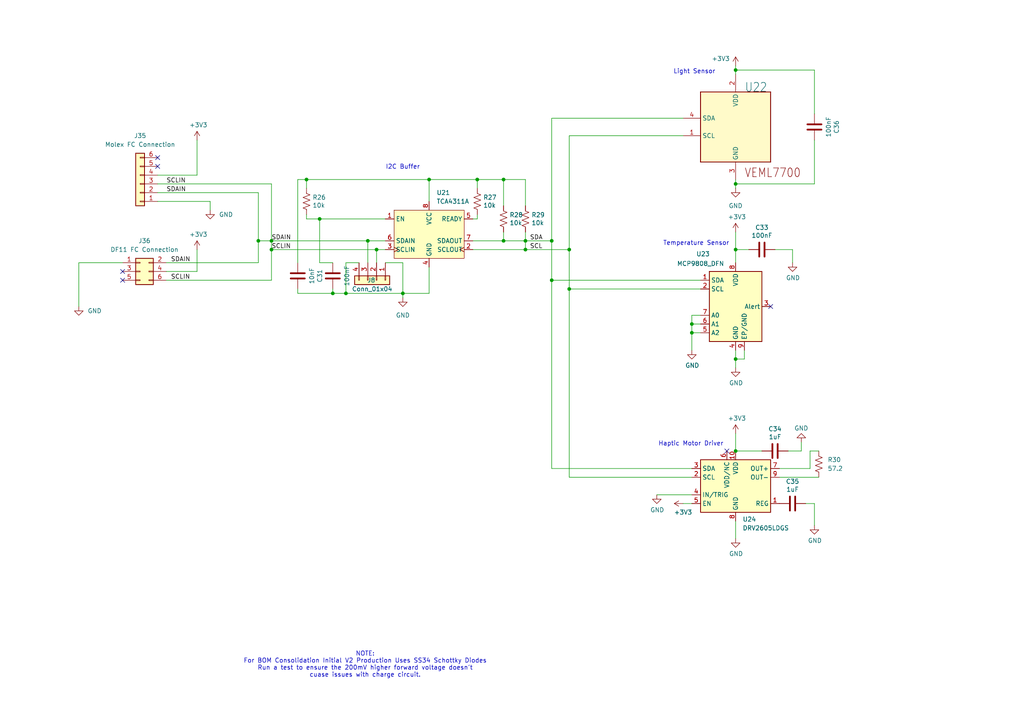
<source format=kicad_sch>
(kicad_sch (version 20250114) (generator "eeschema") (generator_version "9.0")
  (paper "A4")
  (lib_symbols
    (symbol "Adafruit VEML7700-eagle-import:VEML7700"
      (property "Reference" "U1" (at 2.54 10.16 0))
      (symbol "VEML7700_1_0"
        (polyline (pts (xy -10.16 10.16) (xy 10.16 10.16)) (stroke (width 0.254)))
        (polyline (pts (xy -10.16 -10.16) (xy -10.16 10.16)) (stroke (width 0.254)))
        (polyline (pts (xy 10.16 10.16) (xy 10.16 -10.16)) (stroke (width 0.254)))
        (polyline (pts (xy 10.16 -10.16) (xy -10.16 -10.16)) (stroke (width 0.254)))
        (text "VEML7700" (at 2.54 -14.732 0) (effects (font (size 2.54 2.159)) (justify left bottom)))
        (pin bidirectional line (at -15.24 2.54 0) (length 5.08) (name "SDA") (number "4"))
        (pin bidirectional line (at -15.24 -2.54 0) (length 5.08) (name "SCL") (number "1"))
        (pin power_in line (at 0 15.24 270) (length 5.08) (name "VDD") (number "2"))
        (pin power_in line (at 0 -15.24 90) (length 5.08) (name "GND") (number "3"))
      )
      (symbol "VEML7700_1_1"
        (rectangle (start -10.16 10.16) (end 10.16 -10.16) (fill (type color) (color 255 250 201 1)))
      )
    )
    (symbol "Connector_Generic:Conn_01x04" (pin_names (offset 1.016) (hide yes))
      (property "Reference" "J" (at 0 5.08 0))
      (property "Value" "Conn_01x04" (at 0 -7.62 0))
      (symbol "Conn_01x04_1_1"
        (rectangle (start -1.27 3.81) (end 1.27 -6.35) (stroke (width 0.254)) (fill (type background)))
        (rectangle (start -1.27 2.667) (end 0 2.413) (stroke (width 0.1524)))
        (rectangle (start -1.27 0.127) (end 0 -0.127) (stroke (width 0.1524)))
        (rectangle (start -1.27 -2.413) (end 0 -2.667) (stroke (width 0.1524)))
        (rectangle (start -1.27 -4.953) (end 0 -5.207) (stroke (width 0.1524)))
        (pin passive line (at -5.08 2.54 0) (length 3.81) (name "Pin_1") (number "1"))
        (pin passive line (at -5.08 0 0) (length 3.81) (name "Pin_2") (number "2"))
        (pin passive line (at -5.08 -2.54 0) (length 3.81) (name "Pin_3") (number "3"))
        (pin passive line (at -5.08 -5.08 0) (length 3.81) (name "Pin_4") (number "4"))
      )
    )
    (symbol "Connector_Generic:Conn_01x06" (pin_names (offset 1.016) (hide yes))
      (property "Reference" "J" (at 0 7.62 0))
      (property "Value" "Conn_01x06" (at 0 -10.16 0))
      (symbol "Conn_01x06_1_1"
        (rectangle (start -1.27 6.35) (end 1.27 -8.89) (stroke (width 0.254)) (fill (type background)))
        (rectangle (start -1.27 5.207) (end 0 4.953) (stroke (width 0.1524)))
        (rectangle (start -1.27 2.667) (end 0 2.413) (stroke (width 0.1524)))
        (rectangle (start -1.27 0.127) (end 0 -0.127) (stroke (width 0.1524)))
        (rectangle (start -1.27 -2.413) (end 0 -2.667) (stroke (width 0.1524)))
        (rectangle (start -1.27 -4.953) (end 0 -5.207) (stroke (width 0.1524)))
        (rectangle (start -1.27 -7.493) (end 0 -7.747) (stroke (width 0.1524)))
        (pin passive line (at -5.08 5.08 0) (length 3.81) (name "Pin_1") (number "1"))
        (pin passive line (at -5.08 2.54 0) (length 3.81) (name "Pin_2") (number "2"))
        (pin passive line (at -5.08 0 0) (length 3.81) (name "Pin_3") (number "3"))
        (pin passive line (at -5.08 -2.54 0) (length 3.81) (name "Pin_4") (number "4"))
        (pin passive line (at -5.08 -5.08 0) (length 3.81) (name "Pin_5") (number "5"))
        (pin passive line (at -5.08 -7.62 0) (length 3.81) (name "Pin_6") (number "6"))
      )
    )
    (symbol "Connector_Generic:Conn_02x03_Odd_Even" (pin_names (offset 1.016) (hide yes))
      (property "Reference" "J" (at 1.27 5.08 0))
      (property "Value" "Conn_02x03_Odd_Even" (at 1.27 -5.08 0))
      (symbol "Conn_02x03_Odd_Even_1_1"
        (rectangle (start -1.27 3.81) (end 3.81 -3.81) (stroke (width 0.254)) (fill (type background)))
        (rectangle (start -1.27 2.667) (end 0 2.413) (stroke (width 0.1524)))
        (rectangle (start -1.27 0.127) (end 0 -0.127) (stroke (width 0.1524)))
        (rectangle (start -1.27 -2.413) (end 0 -2.667) (stroke (width 0.1524)))
        (rectangle (start 3.81 2.667) (end 2.54 2.413) (stroke (width 0.1524)))
        (rectangle (start 3.81 0.127) (end 2.54 -0.127) (stroke (width 0.1524)))
        (rectangle (start 3.81 -2.413) (end 2.54 -2.667) (stroke (width 0.1524)))
        (pin passive line (at -5.08 2.54 0) (length 3.81) (name "Pin_1") (number "1"))
        (pin passive line (at -5.08 0 0) (length 3.81) (name "Pin_3") (number "3"))
        (pin passive line (at -5.08 -2.54 0) (length 3.81) (name "Pin_5") (number "5"))
        (pin passive line (at 7.62 2.54 180) (length 3.81) (name "Pin_2") (number "2"))
        (pin passive line (at 7.62 0 180) (length 3.81) (name "Pin_4") (number "4"))
        (pin passive line (at 7.62 -2.54 180) (length 3.81) (name "Pin_6") (number "6"))
      )
    )
    (symbol "Device:C" (pin_numbers (hide yes)) (pin_names (offset 0.254))
      (property "Reference" "C" (at 0.635 2.54 0))
      (property "Value" "C" (at 0.635 -2.54 0))
      (symbol "C_0_1"
        (polyline (pts (xy -2.032 0.762) (xy 2.032 0.762)) (stroke (width 0.508)))
        (polyline (pts (xy -2.032 -0.762) (xy 2.032 -0.762)) (stroke (width 0.508)))
      )
      (symbol "C_1_1"
        (pin passive line (at 0 3.81 270) (length 2.794) (name "~") (number "1"))
        (pin passive line (at 0 -3.81 90) (length 2.794) (name "~") (number "2"))
      )
    )
    (symbol "Device:R_US" (pin_numbers (hide yes)) (pin_names (offset 0))
      (property "Reference" "R" (at 2.54 0 90))
      (property "Value" "R_US" (at -2.54 0 90))
      (symbol "R_US_0_1"
        (polyline (pts (xy 0 2.286) (xy 0 2.54)))
        (polyline (pts (xy 0 2.286) (xy 1.016 1.905) (xy 0 1.524) (xy -1.016 1.143) (xy 0 0.762)))
        (polyline (pts (xy 0 0.762) (xy 1.016 0.381) (xy 0 0) (xy -1.016 -0.381) (xy 0 -0.762)))
        (polyline (pts (xy 0 -0.762) (xy 1.016 -1.143) (xy 0 -1.524) (xy -1.016 -1.905) (xy 0 -2.286)))
        (polyline (pts (xy 0 -2.286) (xy 0 -2.54)))
      )
      (symbol "R_US_1_1"
        (pin passive line (at 0 3.81 270) (length 1.27) (name "~") (number "1"))
        (pin passive line (at 0 -3.81 90) (length 1.27) (name "~") (number "2"))
      )
    )
    (symbol "Driver_Haptic:DRV2605LDGS"
      (property "Reference" "U" (at -10.16 8.255 0))
      (property "Value" "DRV2605LDGS" (at 2.54 -8.89 0))
      (symbol "DRV2605LDGS_0_1"
        (rectangle (start -10.16 7.62) (end 10.16 -7.62) (stroke (width 0.254)) (fill (type background)))
      )
      (symbol "DRV2605LDGS_1_1"
        (pin bidirectional line (at -12.7 5.08 0) (length 2.54) (name "SDA") (number "3"))
        (pin input line (at -12.7 2.54 0) (length 2.54) (name "SCL") (number "2"))
        (pin input line (at -12.7 -2.54 0) (length 2.54) (name "IN/TRIG") (number "4"))
        (pin input line (at -12.7 -5.08 0) (length 2.54) (name "EN") (number "5"))
        (pin power_in line (at -2.54 10.16 270) (length 2.54) (name "VDD/NC") (number "6"))
        (pin power_in line (at 0 10.16 270) (length 2.54) (name "VDD") (number "10"))
        (pin power_in line (at 0 -10.16 90) (length 2.54) (name "GND") (number "8"))
        (pin output line (at 12.7 5.08 180) (length 2.54) (name "OUT+") (number "7"))
        (pin output line (at 12.7 2.54 180) (length 2.54) (name "OUT-") (number "9"))
        (pin passive line (at 12.7 -5.08 180) (length 2.54) (name "REG") (number "1"))
      )
    )
    (symbol "GND_1" (power) (pin_numbers (hide yes)) (pin_names (offset 0) (hide yes))
      (property "Value" "GND" (at 0 -3.81 0))
      (symbol "GND_1_0_1"
        (polyline (pts (xy 0 0) (xy 0 -1.27) (xy 1.27 -1.27) (xy 0 -2.54) (xy -1.27 -1.27) (xy 0 -1.27)))
      )
      (symbol "GND_1_1_1"
        (pin power_in line (at 0 0 270) (length 0) (name "~") (number "1"))
      )
    )
    (symbol "Sensor_Temperature:MCP9808_DFN"
      (property "Reference" "U" (at -6.35 11.43 0))
      (property "Value" "MCP9808_DFN" (at 10.16 11.43 0))
      (symbol "MCP9808_DFN_0_1"
        (rectangle (start -7.62 10.16) (end 7.62 -10.16) (stroke (width 0.254)) (fill (type background)))
      )
      (symbol "MCP9808_DFN_1_1"
        (pin bidirectional line (at -10.16 7.62 0) (length 2.54) (name "SDA") (number "1"))
        (pin input line (at -10.16 5.08 0) (length 2.54) (name "SCL") (number "2"))
        (pin input line (at -10.16 -2.54 0) (length 2.54) (name "A0") (number "7"))
        (pin input line (at -10.16 -5.08 0) (length 2.54) (name "A1") (number "6"))
        (pin input line (at -10.16 -7.62 0) (length 2.54) (name "A2") (number "5"))
        (pin power_in line (at 0 12.7 270) (length 2.54) (name "VDD") (number "8"))
        (pin power_in line (at 0 -12.7 90) (length 2.54) (name "GND") (number "4"))
        (pin power_in line (at 2.54 -12.7 90) (length 2.54) (name "EP/GND") (number "9"))
        (pin output line (at 10.16 0 180) (length 2.54) (name "Alert") (number "3"))
      )
    )
    (symbol "power:GND" (power) (pin_names (offset 0))
      (property "Value" "GND" (at 0 -3.81 0))
      (symbol "GND_0_1"
        (polyline (pts (xy 0 0) (xy 0 -1.27) (xy 1.27 -1.27) (xy 0 -2.54) (xy -1.27 -1.27) (xy 0 -1.27)))
      )
      (symbol "GND_1_1"
        (pin power_in line (at 0 0 270) (length 0) (hide yes) (name "GND") (number "1"))
      )
    )
    (symbol "solar-panel-side-Z-rescue:+3.3V-power" (power) (pin_names (offset 0))
      (property "Value" "+3.3V-power" (at 0 3.556 0))
      (symbol "+3.3V-power_0_1"
        (polyline (pts (xy -0.762 1.27) (xy 0 2.54)))
        (polyline (pts (xy 0 2.54) (xy 0.762 1.27)))
        (polyline (pts (xy 0 0) (xy 0 2.54)))
      )
      (symbol "+3.3V-power_1_1"
        (pin power_in line (at 0 0 90) (length 0) (hide yes) (name "+3V3") (number "1"))
      )
    )
    (symbol "solar_parts:TCA43111A"
      (property "Reference" "U4" (at 2.1433 12.7 0))
      (property "Value" "TCA4111A" (at 2.1433 10.16 0))
      (symbol "TCA43111A_1_1"
        (rectangle (start -10.16 7.62) (end 10.16 -6.35) (fill (type color) (color 255 255 194 1)))
        (pin input line (at -12.7 5.08 0) (length 2.54) (name "EN") (number "1"))
        (pin input line (at -12.7 -1.27 0) (length 2.54) (name "SDAIN") (number "6"))
        (pin input clock (at -12.7 -3.81 0) (length 2.54) (name "SCLIN") (number "3"))
        (pin power_in line (at 0 10.16 270) (length 2.54) (name "VCC") (number "8"))
        (pin power_in line (at 0 -8.89 90) (length 2.54) (name "GND") (number "4"))
        (pin open_collector line (at 12.7 5.08 180) (length 2.54) (name "READY") (number "5"))
        (pin output line (at 12.7 -1.27 180) (length 2.54) (name "SDAOUT") (number "7"))
        (pin output clock (at 12.7 -3.81 180) (length 2.54) (name "SCLOUT") (number "2"))
      )
    )
  )
  (text "Light Sensor" (at 201.422 20.828 0) (effects (font (size 1.27 1.27))))
  (text "Haptic Motor Driver" (at 200.406 128.778 0) (effects (font (size 1.27 1.27))))
  (text "NOTE:\nFor BOM Consolidation Initial V2 Production Uses SS34 Schottky Diodes\nRun a test to ensure the 200mV higher forward voltage doesn't\ncuase issues with charge circuit." (at 105.918 192.786 0) (effects (font (size 1.27 1.27))))
  (text "I2C Buffer" (at 116.84 48.514 0) (effects (font (size 1.27 1.27))))
  (text "Temperature Sensor" (at 201.93 70.612 0) (effects (font (size 1.27 1.27))))
  (junction (at 200.66 93.98))
  (junction (at 213.36 104.14))
  (junction (at 146.05 69.85))
  (junction (at 152.4 72.39))
  (junction (at 152.4 69.85))
  (junction (at 138.43 52.07))
  (junction (at 74.93 69.85))
  (junction (at 92.71 63.5))
  (junction (at 165.1 72.39))
  (junction (at 160.02 69.85))
  (junction (at 124.46 52.07))
  (junction (at 109.22 72.39))
  (junction (at 78.74 69.85))
  (junction (at 213.36 130.81))
  (junction (at 88.9 52.07))
  (junction (at 213.36 72.39))
  (junction (at 213.36 53.34))
  (junction (at 160.02 81.28))
  (junction (at 200.66 96.52))
  (junction (at 116.84 85.09))
  (junction (at 78.74 72.39))
  (junction (at 100.33 85.09))
  (junction (at 106.68 69.85))
  (junction (at 213.36 20.32))
  (junction (at 146.05 52.07))
  (junction (at 165.1 83.82))
  (junction (at 96.52 85.09))
  (no_connect (at 35.56 81.28))
  (no_connect (at 45.72 48.26))
  (no_connect (at 35.56 78.74))
  (no_connect (at 45.72 45.72))
  (no_connect (at 210.82 130.81))
  (no_connect (at 223.52 88.9))
  (wire (pts (xy 226.06 135.89) (xy 234.95 135.89)))
  (wire (pts (xy 35.56 76.2) (xy 22.86 76.2)))
  (wire (pts (xy 213.36 20.32) (xy 213.36 21.59)))
  (wire (pts (xy 146.05 52.07) (xy 152.4 52.07)))
  (wire (pts (xy 92.71 76.2) (xy 96.52 76.2)))
  (wire (pts (xy 116.84 76.2) (xy 116.84 85.09)))
  (wire (pts (xy 165.1 72.39) (xy 165.1 83.82)))
  (wire (pts (xy 229.87 72.39) (xy 229.87 76.2)))
  (wire (pts (xy 96.52 85.09) (xy 100.33 85.09)))
  (wire (pts (xy 138.43 52.07) (xy 146.05 52.07)))
  (wire (pts (xy 224.79 72.39) (xy 229.87 72.39)))
  (wire (pts (xy 78.74 72.39) (xy 78.74 81.28)))
  (wire (pts (xy 100.33 85.09) (xy 116.84 85.09)))
  (wire (pts (xy 213.36 151.13) (xy 213.36 156.21)))
  (wire (pts (xy 92.71 63.5) (xy 111.76 63.5)))
  (wire (pts (xy 146.05 69.85) (xy 152.4 69.85)))
  (wire (pts (xy 146.05 52.07) (xy 146.05 59.69)))
  (wire (pts (xy 74.93 55.88) (xy 74.93 69.85)))
  (wire (pts (xy 57.15 40.64) (xy 57.15 50.8)))
  (wire (pts (xy 232.41 130.81) (xy 232.41 128.27)))
  (wire (pts (xy 22.86 76.2) (xy 22.86 88.9)))
  (wire (pts (xy 234.95 135.89) (xy 234.95 130.81)))
  (wire (pts (xy 152.4 72.39) (xy 165.1 72.39)))
  (wire (pts (xy 190.5 143.51) (xy 200.66 143.51)))
  (wire (pts (xy 78.74 69.85) (xy 106.68 69.85)))
  (wire (pts (xy 236.22 53.34) (xy 213.36 53.34)))
  (wire (pts (xy 165.1 72.39) (xy 165.1 39.37)))
  (wire (pts (xy 160.02 69.85) (xy 160.02 81.28)))
  (wire (pts (xy 88.9 54.61) (xy 88.9 52.07)))
  (wire (pts (xy 160.02 69.85) (xy 160.02 34.29)))
  (wire (pts (xy 165.1 83.82) (xy 165.1 138.43)))
  (wire (pts (xy 48.26 78.74) (xy 57.15 78.74)))
  (wire (pts (xy 124.46 52.07) (xy 138.43 52.07)))
  (wire (pts (xy 165.1 138.43) (xy 200.66 138.43)))
  (wire (pts (xy 228.6 130.81) (xy 232.41 130.81)))
  (wire (pts (xy 60.96 58.42) (xy 45.72 58.42)))
  (wire (pts (xy 88.9 52.07) (xy 86.36 52.07)))
  (wire (pts (xy 152.4 69.85) (xy 160.02 69.85)))
  (wire (pts (xy 57.15 50.8) (xy 45.72 50.8)))
  (wire (pts (xy 48.26 76.2) (xy 74.93 76.2)))
  (wire (pts (xy 137.16 63.5) (xy 138.43 63.5)))
  (wire (pts (xy 96.52 83.82) (xy 96.52 85.09)))
  (wire (pts (xy 160.02 135.89) (xy 200.66 135.89)))
  (wire (pts (xy 48.26 81.28) (xy 78.74 81.28)))
  (wire (pts (xy 106.68 69.85) (xy 106.68 76.2)))
  (wire (pts (xy 213.36 72.39) (xy 217.17 72.39)))
  (wire (pts (xy 236.22 146.05) (xy 236.22 152.4)))
  (wire (pts (xy 160.02 81.28) (xy 203.2 81.28)))
  (wire (pts (xy 200.66 96.52) (xy 200.66 101.6)))
  (wire (pts (xy 74.93 76.2) (xy 74.93 69.85)))
  (wire (pts (xy 152.4 69.85) (xy 152.4 72.39)))
  (wire (pts (xy 200.66 93.98) (xy 203.2 93.98)))
  (wire (pts (xy 213.36 20.32) (xy 236.22 20.32)))
  (wire (pts (xy 124.46 85.09) (xy 116.84 85.09)))
  (wire (pts (xy 88.9 63.5) (xy 92.71 63.5)))
  (wire (pts (xy 234.95 130.81) (xy 237.49 130.81)))
  (wire (pts (xy 45.72 55.88) (xy 74.93 55.88)))
  (wire (pts (xy 137.16 69.85) (xy 146.05 69.85)))
  (wire (pts (xy 78.74 72.39) (xy 109.22 72.39)))
  (wire (pts (xy 215.9 101.6) (xy 215.9 104.14)))
  (wire (pts (xy 74.93 69.85) (xy 78.74 69.85)))
  (wire (pts (xy 213.36 53.34) (xy 213.36 54.61)))
  (wire (pts (xy 213.36 19.05) (xy 213.36 20.32)))
  (wire (pts (xy 213.36 72.39) (xy 213.36 76.2)))
  (wire (pts (xy 100.33 76.2) (xy 100.33 85.09)))
  (wire (pts (xy 111.76 76.2) (xy 116.84 76.2)))
  (wire (pts (xy 137.16 72.39) (xy 152.4 72.39)))
  (wire (pts (xy 45.72 53.34) (xy 78.74 53.34)))
  (wire (pts (xy 78.74 69.85) (xy 78.74 72.39)))
  (wire (pts (xy 213.36 125.73) (xy 213.36 130.81)))
  (wire (pts (xy 160.02 34.29) (xy 198.12 34.29)))
  (wire (pts (xy 86.36 52.07) (xy 86.36 76.2)))
  (wire (pts (xy 88.9 62.23) (xy 88.9 63.5)))
  (wire (pts (xy 213.36 104.14) (xy 213.36 106.68)))
  (wire (pts (xy 213.36 52.07) (xy 213.36 53.34)))
  (wire (pts (xy 106.68 69.85) (xy 111.76 69.85)))
  (wire (pts (xy 215.9 104.14) (xy 213.36 104.14)))
  (wire (pts (xy 88.9 52.07) (xy 124.46 52.07)))
  (wire (pts (xy 146.05 67.31) (xy 146.05 69.85)))
  (wire (pts (xy 236.22 40.64) (xy 236.22 53.34)))
  (wire (pts (xy 138.43 52.07) (xy 138.43 54.61)))
  (wire (pts (xy 200.66 91.44) (xy 200.66 93.98)))
  (wire (pts (xy 213.36 67.31) (xy 213.36 72.39)))
  (wire (pts (xy 203.2 96.52) (xy 200.66 96.52)))
  (wire (pts (xy 92.71 76.2) (xy 92.71 63.5)))
  (wire (pts (xy 165.1 83.82) (xy 203.2 83.82)))
  (wire (pts (xy 60.96 58.42) (xy 60.96 60.96)))
  (wire (pts (xy 124.46 77.47) (xy 124.46 85.09)))
  (wire (pts (xy 233.68 146.05) (xy 236.22 146.05)))
  (wire (pts (xy 57.15 78.74) (xy 57.15 72.39)))
  (wire (pts (xy 226.06 138.43) (xy 237.49 138.43)))
  (wire (pts (xy 165.1 39.37) (xy 198.12 39.37)))
  (wire (pts (xy 200.66 93.98) (xy 200.66 96.52)))
  (wire (pts (xy 213.36 130.81) (xy 220.98 130.81)))
  (wire (pts (xy 104.14 76.2) (xy 100.33 76.2)))
  (wire (pts (xy 116.84 86.36) (xy 116.84 85.09)))
  (wire (pts (xy 236.22 20.32) (xy 236.22 33.02)))
  (wire (pts (xy 78.74 53.34) (xy 78.74 69.85)))
  (wire (pts (xy 152.4 52.07) (xy 152.4 59.69)))
  (wire (pts (xy 124.46 58.42) (xy 124.46 52.07)))
  (wire (pts (xy 152.4 67.31) (xy 152.4 69.85)))
  (wire (pts (xy 86.36 83.82) (xy 86.36 85.09)))
  (wire (pts (xy 160.02 81.28) (xy 160.02 135.89)))
  (wire (pts (xy 86.36 85.09) (xy 96.52 85.09)))
  (wire (pts (xy 213.36 101.6) (xy 213.36 104.14)))
  (wire (pts (xy 198.12 146.05) (xy 200.66 146.05)))
  (wire (pts (xy 109.22 72.39) (xy 111.76 72.39)))
  (wire (pts (xy 203.2 91.44) (xy 200.66 91.44)))
  (wire (pts (xy 109.22 72.39) (xy 109.22 76.2)))
  (wire (pts (xy 138.43 63.5) (xy 138.43 62.23)))
  (label "SCL" (at 153.67 72.39 0))
  (label "SDAIN" (at 48.26 55.88 0))
  (label "SCLIN" (at 48.26 53.34 0))
  (label "SDAIN" (at 78.74 69.85 0))
  (label "SCLIN" (at 78.74 72.39 0))
  (label "SDA" (at 153.67 69.85 0))
  (label "SDAIN" (at 49.53 76.2 0))
  (label "SCLIN" (at 49.53 81.28 0))
  (symbol (lib_id "solar-panel-side-Z-rescue:+3.3V-power") (at 57.15 40.64 0) (unit 1)
    (property "Reference" "#PWR021" (effects (hide yes)))
    (property "Value" "+3V3" (at 57.531 36.2458 0))
    (instances (project "hat_board" (path "" (reference "#PWR091") (unit 1)) (path "" (reference "#PWR073") (unit 1)) (path "" (reference "#PWR053") (unit 1)) (path "" (reference "#PWR021") (unit 1)) (path "" (reference "#PWR014") (unit 1)) (path "" (reference "#PWR035") (unit 1))))
  )
  (symbol (lib_id "Adafruit VEML7700-eagle-import:VEML7700") (at 213.36 36.83 0) (unit 1)
    (property "Reference" "U1" (at 215.9 26.67 0) (effects (font (size 2.54 2.159)) (justify left bottom)))
    (property "Value" "VEML7700" (effects (hide yes)))
    (property "Footprint" "easyeda2kicad:SENSOR-SMD_EML7700-TT" (effects (hide yes)))
    (instances (project "hat_board" (path "" (reference "U22") (unit 1)) (path "" (reference "U18") (unit 1)) (path "" (reference "U14") (unit 1)) (path "" (reference "U1") (unit 1)) (path "" (reference "U6") (unit 1)) (path "" (reference "U10") (unit 1))))
  )
  (symbol (lib_id "solar-panel-side-Z-rescue:+3.3V-power") (at 57.15 72.39 0) (unit 1)
    (property "Reference" "#PWR022" (effects (hide yes)))
    (property "Value" "+3V3" (at 57.531 67.9958 0))
    (instances (project "hat_board" (path "" (reference "#PWR092") (unit 1)) (path "" (reference "#PWR074") (unit 1)) (path "" (reference "#PWR054") (unit 1)) (path "" (reference "#PWR022") (unit 1)) (path "" (reference "#PWR015") (unit 1)) (path "" (reference "#PWR036") (unit 1))))
  )
  (symbol (lib_id "power:GND") (at 229.87 76.2 0) (unit 1)
    (property "Reference" "#PWR010" (effects (hide yes)))
    (property "Value" "GND" (at 229.997 80.5942 0))
    (instances (project "hat_board" (path "" (reference "#PWR0106") (unit 1)) (path "" (reference "#PWR086") (unit 1)) (path "" (reference "#PWR066") (unit 1)) (path "" (reference "#PWR010") (unit 1)) (path "" (reference "#PWR030") (unit 1)) (path "" (reference "#PWR048") (unit 1))))
  )
  (symbol (lib_name "GND_1") (lib_id "power:GND") (at 213.36 54.61 0) (unit 1)
    (property "Reference" "#PWR08" (effects (hide yes)))
    (property "Value" "GND" (at 213.36 59.69 0))
    (property "Description" "Power symbol creates a global label with name \"GND\" , ground" (effects (hide yes)))
    (instances (project "hat_board" (path "" (reference "#PWR099") (unit 1)) (path "" (reference "#PWR081") (unit 1)) (path "" (reference "#PWR061") (unit 1)) (path "" (reference "#PWR08") (unit 1)) (path "" (reference "#PWR024") (unit 1)) (path "" (reference "#PWR043") (unit 1))))
  )
  (symbol (lib_id "Device:C") (at 224.79 130.81 90) (unit 1)
    (property "Reference" "C2" (at 224.79 124.4092 90))
    (property "Value" "1uF" (at 224.79 126.7206 90))
    (property "Footprint" "Capacitor_SMD:C_0805_2012Metric" (effects (hide yes)))
    (instances (project "hat_board" (path "" (reference "C34") (unit 1)) (path "" (reference "C28") (unit 1)) (path "" (reference "C22") (unit 1)) (path "" (reference "C2") (unit 1)) (path "" (reference "C10") (unit 1)) (path "" (reference "C16") (unit 1))))
  )
  (symbol (lib_id "power:GND") (at 213.36 156.21 0) (unit 1)
    (property "Reference" "#PWR06" (effects (hide yes)))
    (property "Value" "GND" (at 213.487 160.6042 0))
    (instances (project "hat_board" (path "" (reference "#PWR0105") (unit 1)) (path "" (reference "#PWR085") (unit 1)) (path "" (reference "#PWR065") (unit 1)) (path "" (reference "#PWR06") (unit 1)) (path "" (reference "#PWR029") (unit 1)) (path "" (reference "#PWR047") (unit 1))))
  )
  (symbol (lib_id "Device:R_US") (at 152.4 63.5 0) (unit 1)
    (property "Reference" "R3" (at 154.1272 62.3316 0) (effects (justify left)))
    (property "Value" "10k" (at 154.1272 64.643 0) (effects (justify left)))
    (property "Footprint" "Resistor_SMD:R_0603_1608Metric" (effects (hide yes)))
    (instances (project "hat_board" (path "" (reference "R29") (unit 1)) (path "" (reference "R24") (unit 1)) (path "" (reference "R19") (unit 1)) (path "" (reference "R3") (unit 1)) (path "" (reference "R9") (unit 1)) (path "" (reference "R14") (unit 1))))
  )
  (symbol (lib_id "Device:R_US") (at 88.9 58.42 0) (unit 1)
    (property "Reference" "R5" (at 90.6272 57.2516 0) (effects (justify left)))
    (property "Value" "10k" (at 90.6272 59.563 0) (effects (justify left)))
    (property "Footprint" "Resistor_SMD:R_0603_1608Metric" (effects (hide yes)))
    (instances (project "hat_board" (path "" (reference "R26") (unit 1)) (path "" (reference "R21") (unit 1)) (path "" (reference "R16") (unit 1)) (path "" (reference "R5") (unit 1)) (path "" (reference "R6") (unit 1)) (path "" (reference "R11") (unit 1))))
  )
  (symbol (lib_id "power:GND") (at 60.96 60.96 0) (unit 1)
    (property "Reference" "#PWR069" (effects (hide yes)))
    (property "Value" "GND" (at 63.5 62.2299 0) (effects (justify left)))
    (instances (project "hat_board" (path "" (reference "#PWR093") (unit 1)) (path "" (reference "#PWR075") (unit 1)) (path "" (reference "#PWR055") (unit 1)) (path "" (reference "#PWR069") (unit 1)) (path "" (reference "#PWR016") (unit 1)) (path "" (reference "#PWR037") (unit 1))))
  )
  (symbol (lib_id "Connector_Generic:Conn_02x03_Odd_Even") (at 40.64 78.74 0) (unit 1)
    (property "Reference" "J2" (at 41.91 69.85 0))
    (property "Value" "DF11 FC Connection" (at 41.91 72.39 0))
    (property "Footprint" "Connector_Hirose:Hirose_DF11-6DP-2DSA_2x03_P2.00mm_Vertical" (effects (hide yes)))
    (property "Description" "Generic connector, double row, 02x03, odd/even pin numbering scheme (row 1 odd numbers, row 2 even numbers), script generated (kicad-library-utils/schlib/autogen/connector/)" (effects (hide yes)))
    (instances (project "hat_board" (path "" (reference "J36") (unit 1)) (path "" (reference "J30") (unit 1)) (path "" (reference "J24") (unit 1)) (path "" (reference "J2") (unit 1)) (path "" (reference "J12") (unit 1)) (path "" (reference "J18") (unit 1))))
  )
  (symbol (lib_id "solar-panel-side-Z-rescue:+3.3V-power") (at 198.12 146.05 90) (unit 1)
    (property "Reference" "#PWR02" (effects (hide yes)))
    (property "Value" "+3V3" (at 198.12 148.59 90))
    (instances (project "hat_board" (path "" (reference "#PWR096") (unit 1)) (path "" (reference "#PWR078") (unit 1)) (path "" (reference "#PWR058") (unit 1)) (path "" (reference "#PWR02") (unit 1)) (path "" (reference "#PWR019") (unit 1)) (path "" (reference "#PWR040") (unit 1))))
  )
  (symbol (lib_name "GND_1") (lib_id "power:GND") (at 116.84 86.36 0) (unit 1)
    (property "Reference" "#PWR04" (effects (hide yes)))
    (property "Value" "GND" (at 116.84 91.44 0))
    (property "Description" "Power symbol creates a global label with name \"GND\" , ground" (effects (hide yes)))
    (instances (project "hat_board" (path "" (reference "#PWR094") (unit 1)) (path "" (reference "#PWR076") (unit 1)) (path "" (reference "#PWR056") (unit 1)) (path "" (reference "#PWR04") (unit 1)) (path "" (reference "#PWR017") (unit 1)) (path "" (reference "#PWR038") (unit 1))))
  )
  (symbol (lib_id "Device:R_US") (at 138.43 58.42 0) (unit 1)
    (property "Reference" "R4" (at 140.1572 57.2516 0) (effects (justify left)))
    (property "Value" "10k" (at 140.1572 59.563 0) (effects (justify left)))
    (property "Footprint" "Resistor_SMD:R_0603_1608Metric" (effects (hide yes)))
    (instances (project "hat_board" (path "" (reference "R27") (unit 1)) (path "" (reference "R22") (unit 1)) (path "" (reference "R17") (unit 1)) (path "" (reference "R4") (unit 1)) (path "" (reference "R7") (unit 1)) (path "" (reference "R12") (unit 1))))
  )
  (symbol (lib_id "power:GND") (at 22.86 88.9 0) (unit 1)
    (property "Reference" "#PWR070" (effects (hide yes)))
    (property "Value" "GND" (at 25.4 90.1699 0) (effects (justify left)))
    (instances (project "hat_board" (path "" (reference "#PWR089") (unit 1)) (path "" (reference "#PWR071") (unit 1)) (path "" (reference "#PWR051") (unit 1)) (path "" (reference "#PWR070") (unit 1)) (path "" (reference "#PWR09") (unit 1)) (path "" (reference "#PWR033") (unit 1))))
  )
  (symbol (lib_id "Device:C") (at 86.36 80.01 0) (unit 1)
    (property "Reference" "C5" (at 92.7608 80.01 90))
    (property "Value" "10nF" (at 90.4494 80.01 90))
    (property "Footprint" "Capacitor_SMD:C_0805_2012Metric" (effects (hide yes)))
    (instances (project "hat_board" (path "" (reference "C31") (unit 1)) (path "" (reference "C25") (unit 1)) (path "" (reference "C19") (unit 1)) (path "" (reference "C5") (unit 1)) (path "" (reference "C7") (unit 1)) (path "" (reference "C13") (unit 1))))
  )
  (symbol (lib_id "Connector_Generic:Conn_01x04") (at 109.22 81.28 270) (unit 1)
    (property "Reference" "J3" (at 107.696 81.28 90))
    (property "Value" "Conn_01x04" (at 107.95 83.82 90))
    (property "Description" "Generic connector, single row, 01x04, script generated (kicad-library-utils/schlib/autogen/connector/)" (effects (hide yes)))
    (instances (project "" (path "" (reference "J8") (unit 1)) (path "" (reference "J7") (unit 1)) (path "" (reference "J6") (unit 1)) (path "" (reference "J3") (unit 1)) (path "" (reference "J4") (unit 1)) (path "" (reference "J5") (unit 1))))
  )
  (symbol (lib_id "Driver_Haptic:DRV2605LDGS") (at 213.36 140.97 0) (unit 1)
    (property "Reference" "U2" (at 215.3794 150.6204 0) (effects (justify left)))
    (property "Value" "DRV2605LDGS" (at 215.3794 153.1573 0) (effects (justify left)))
    (property "Footprint" "Package_SO:VSSOP-10_3x3mm_P0.5mm" (effects (hide yes)))
    (property "Datasheet" "http://www.ti.com/lit/ds/symlink/drv2605l.pdf" (effects (hide yes)))
    (instances (project "hat_board" (path "" (reference "U24") (unit 1)) (path "" (reference "U20") (unit 1)) (path "" (reference "U16") (unit 1)) (path "" (reference "U2") (unit 1)) (path "" (reference "U8") (unit 1)) (path "" (reference "U12") (unit 1))))
  )
  (symbol (lib_id "power:GND") (at 236.22 152.4 0) (unit 1)
    (property "Reference" "#PWR012" (effects (hide yes)))
    (property "Value" "GND" (at 236.347 156.7942 0))
    (instances (project "hat_board" (path "" (reference "#PWR0108") (unit 1)) (path "" (reference "#PWR088") (unit 1)) (path "" (reference "#PWR068") (unit 1)) (path "" (reference "#PWR012") (unit 1)) (path "" (reference "#PWR032") (unit 1)) (path "" (reference "#PWR050") (unit 1))))
  )
  (symbol (lib_id "Device:C") (at 236.22 36.83 0) (unit 1)
    (property "Reference" "C6" (at 242.6208 36.83 90))
    (property "Value" "100nF" (at 240.3094 36.83 90))
    (property "Footprint" "Capacitor_SMD:C_0402_1005Metric" (effects (hide yes)))
    (instances (project "hat_board" (path "" (reference "C36") (unit 1)) (path "" (reference "C30") (unit 1)) (path "" (reference "C24") (unit 1)) (path "" (reference "C6") (unit 1)) (path "" (reference "C12") (unit 1)) (path "" (reference "C18") (unit 1))))
  )
  (symbol (lib_id "Device:R_US") (at 237.49 134.62 0) (unit 1)
    (property "Reference" "R1" (at 240.03 133.3499 0) (effects (justify left)))
    (property "Value" "57.2" (at 240.03 135.8899 0) (effects (justify left)))
    (property "Footprint" "Resistor_SMD:R_0201_0603Metric_Pad0.64x0.40mm_HandSolder" (effects (hide yes)))
    (property "Description" "Resistor, US symbol" (effects (hide yes)))
    (instances (project "hat_board" (path "" (reference "R30") (unit 1)) (path "" (reference "R25") (unit 1)) (path "" (reference "R20") (unit 1)) (path "" (reference "R1") (unit 1)) (path "" (reference "R10") (unit 1)) (path "" (reference "R15") (unit 1))))
  )
  (symbol (lib_id "Device:C") (at 229.87 146.05 90) (unit 1)
    (property "Reference" "C3" (at 229.87 139.6492 90))
    (property "Value" "1uF" (at 229.87 141.9606 90))
    (property "Footprint" "Capacitor_SMD:C_0805_2012Metric" (effects (hide yes)))
    (instances (project "hat_board" (path "" (reference "C35") (unit 1)) (path "" (reference "C29") (unit 1)) (path "" (reference "C23") (unit 1)) (path "" (reference "C3") (unit 1)) (path "" (reference "C11") (unit 1)) (path "" (reference "C17") (unit 1))))
  )
  (symbol (lib_id "Device:C") (at 96.52 80.01 0) (unit 1)
    (property "Reference" "C4" (effects (hide yes)))
    (property "Value" "100nF" (at 100.6094 80.01 90))
    (property "Footprint" "Capacitor_SMD:C_0402_1005Metric" (effects (hide yes)))
    (instances (project "hat_board" (path "" (reference "C32") (unit 1)) (path "" (reference "C26") (unit 1)) (path "" (reference "C20") (unit 1)) (path "" (reference "C4") (unit 1)) (path "" (reference "C8") (unit 1)) (path "" (reference "C14") (unit 1))))
  )
  (symbol (lib_id "power:GND") (at 232.41 128.27 180) (unit 1)
    (property "Reference" "#PWR011" (effects (hide yes)))
    (property "Value" "GND" (at 232.41 124.206 0))
    (instances (project "hat_board" (path "" (reference "#PWR0107") (unit 1)) (path "" (reference "#PWR087") (unit 1)) (path "" (reference "#PWR067") (unit 1)) (path "" (reference "#PWR011") (unit 1)) (path "" (reference "#PWR031") (unit 1)) (path "" (reference "#PWR049") (unit 1))))
  )
  (symbol (lib_id "solar-panel-side-Z-rescue:+3.3V-power") (at 213.36 19.05 0) (unit 1)
    (property "Reference" "#PWR0102" (effects (hide yes)))
    (property "Value" "+3V3" (at 209.042 17.018 0))
    (instances (project "hat_board" (path "" (reference "#PWR098") (unit 1)) (path "" (reference "#PWR080") (unit 1)) (path "" (reference "#PWR060") (unit 1)) (path "" (reference "#PWR0102") (unit 1)) (path "" (reference "#PWR023") (unit 1)) (path "" (reference "#PWR042") (unit 1))))
  )
  (symbol (lib_id "power:GND") (at 213.36 106.68 0) (unit 1)
    (property "Reference" "#PWR07" (effects (hide yes)))
    (property "Value" "GND" (at 213.487 111.0742 0))
    (instances (project "hat_board" (path "" (reference "#PWR0103") (unit 1)) (path "" (reference "#PWR083") (unit 1)) (path "" (reference "#PWR063") (unit 1)) (path "" (reference "#PWR07") (unit 1)) (path "" (reference "#PWR027") (unit 1)) (path "" (reference "#PWR045") (unit 1))))
  )
  (symbol (lib_id "Device:R_US") (at 146.05 63.5 0) (unit 1)
    (property "Reference" "R2" (at 147.7772 62.3316 0) (effects (justify left)))
    (property "Value" "10k" (at 147.7772 64.643 0) (effects (justify left)))
    (property "Footprint" "Resistor_SMD:R_0603_1608Metric" (effects (hide yes)))
    (instances (project "hat_board" (path "" (reference "R28") (unit 1)) (path "" (reference "R23") (unit 1)) (path "" (reference "R18") (unit 1)) (path "" (reference "R2") (unit 1)) (path "" (reference "R8") (unit 1)) (path "" (reference "R13") (unit 1))))
  )
  (symbol (lib_id "power:GND") (at 190.5 143.51 0) (unit 1)
    (property "Reference" "#PWR01" (effects (hide yes)))
    (property "Value" "GND" (at 190.627 147.9042 0))
    (instances (project "hat_board" (path "" (reference "#PWR095") (unit 1)) (path "" (reference "#PWR077") (unit 1)) (path "" (reference "#PWR057") (unit 1)) (path "" (reference "#PWR01") (unit 1)) (path "" (reference "#PWR018") (unit 1)) (path "" (reference "#PWR039") (unit 1))))
  )
  (symbol (lib_id "Sensor_Temperature:MCP9808_DFN") (at 213.36 88.9 0) (unit 1)
    (property "Reference" "U3" (at 201.93 73.66 0) (effects (justify left)))
    (property "Value" "MCP9808_DFN" (at 196.342 76.454 0) (effects (justify left)))
    (property "Footprint" "easyeda2kicad:MSOP-8_L3.0-W3.0-P0.65-LS4.9-BL" (effects (hide yes)))
    (property "Datasheet" "http://ww1.microchip.com/downloads/en/DeviceDoc/MCP9808-0.5C-Maximum-Accuracy-Digital-Temperature-Sensor-Data-Sheet-DS20005095B.pdf" (effects (hide yes)))
    (instances (project "hat_board" (path "" (reference "U23") (unit 1)) (path "" (reference "U19") (unit 1)) (path "" (reference "U15") (unit 1)) (path "" (reference "U3") (unit 1)) (path "" (reference "U7") (unit 1)) (path "" (reference "U11") (unit 1))))
  )
  (symbol (lib_id "power:GND") (at 200.66 101.6 0) (unit 1)
    (property "Reference" "#PWR03" (effects (hide yes)))
    (property "Value" "GND" (at 200.787 105.9942 0))
    (instances (project "hat_board" (path "" (reference "#PWR097") (unit 1)) (path "" (reference "#PWR079") (unit 1)) (path "" (reference "#PWR059") (unit 1)) (path "" (reference "#PWR03") (unit 1)) (path "" (reference "#PWR020") (unit 1)) (path "" (reference "#PWR041") (unit 1))))
  )
  (symbol (lib_id "solar-panel-side-Z-rescue:+3.3V-power") (at 213.36 67.31 0) (unit 1)
    (property "Reference" "#PWR0101" (effects (hide yes)))
    (property "Value" "+3V3" (at 213.741 62.9158 0))
    (instances (project "hat_board" (path "" (reference "#PWR0100") (unit 1)) (path "" (reference "#PWR082") (unit 1)) (path "" (reference "#PWR062") (unit 1)) (path "" (reference "#PWR0101") (unit 1)) (path "" (reference "#PWR026") (unit 1)) (path "" (reference "#PWR044") (unit 1))))
  )
  (symbol (lib_id "Connector_Generic:Conn_01x06") (at 40.64 53.34 180) (unit 1)
    (property "Reference" "J1" (at 40.64 39.37 0))
    (property "Value" "Molex FC Connection" (at 40.64 41.91 0))
    (property "Footprint" "easyeda2kicad:CONN-SMD_6P-P1.50_A1501WRB-S-6P" (effects (hide yes)))
    (property "Description" "Generic connector, single row, 01x06, script generated (kicad-library-utils/schlib/autogen/connector/)" (effects (hide yes)))
    (instances (project "hat_board" (path "" (reference "J35") (unit 1)) (path "" (reference "J29") (unit 1)) (path "" (reference "J23") (unit 1)) (path "" (reference "J1") (unit 1)) (path "" (reference "J11") (unit 1)) (path "" (reference "J17") (unit 1))))
  )
  (symbol (lib_id "Device:C") (at 220.98 72.39 90) (unit 1)
    (property "Reference" "C1" (at 220.98 65.9892 90))
    (property "Value" "100nF" (at 220.98 68.3006 90))
    (property "Footprint" "Capacitor_SMD:C_0402_1005Metric" (effects (hide yes)))
    (instances (project "hat_board" (path "" (reference "C33") (unit 1)) (path "" (reference "C27") (unit 1)) (path "" (reference "C21") (unit 1)) (path "" (reference "C1") (unit 1)) (path "" (reference "C9") (unit 1)) (path "" (reference "C15") (unit 1))))
  )
  (symbol (lib_id "solar_parts:TCA43111A") (at 124.46 68.58 0) (unit 1)
    (property "Reference" "U4" (at 126.6033 55.88 0) (effects (justify left)))
    (property "Value" "TCA4311A" (at 126.6033 58.42 0) (effects (justify left)))
    (property "Footprint" "Package_SO:VSSOP-8_3x3mm_P0.65mm" (effects (hide yes)))
    (property "Datasheet" "https://www.ti.com/lit/ds/symlink/tca4311a.pdf?ts=1749448047712" (effects (hide yes)))
    (property "Description" "I2C Bus Buffer" (effects (hide yes)))
    (instances (project "hat_board" (path "" (reference "U21") (unit 1)) (path "" (reference "U17") (unit 1)) (path "" (reference "U13") (unit 1)) (path "" (reference "U4") (unit 1)) (path "" (reference "U5") (unit 1)) (path "" (reference "U9") (unit 1))))
  )
  (symbol (lib_id "solar-panel-side-Z-rescue:+3.3V-power") (at 213.36 125.73 0) (unit 1)
    (property "Reference" "#PWR05" (effects (hide yes)))
    (property "Value" "+3V3" (at 213.741 121.3358 0))
    (instances (project "hat_board" (path "" (reference "#PWR0104") (unit 1)) (path "" (reference "#PWR084") (unit 1)) (path "" (reference "#PWR064") (unit 1)) (path "" (reference "#PWR05") (unit 1)) (path "" (reference "#PWR028") (unit 1)) (path "" (reference "#PWR046") (unit 1))))
  )
)
</source>
